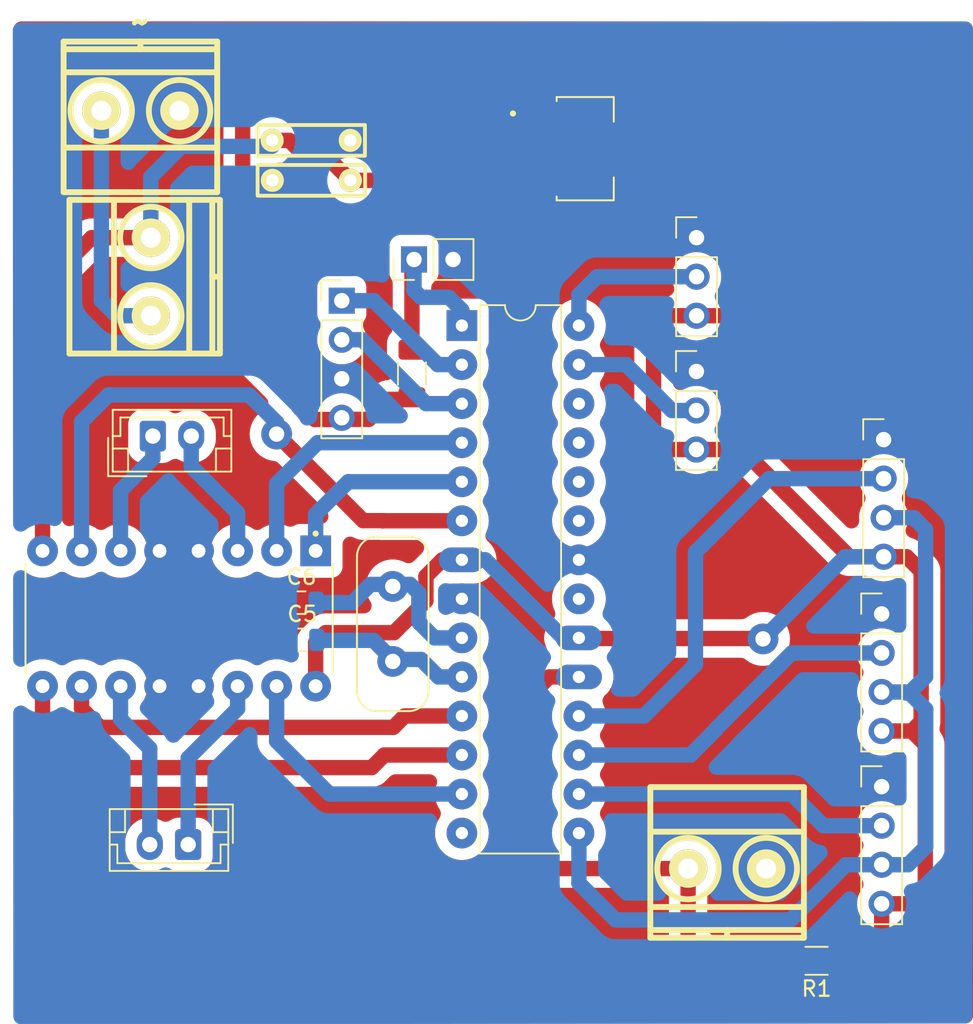
<source format=kicad_pcb>
(kicad_pcb (version 20221018) (generator pcbnew)
  (layers (0 "F.Cu" signal) (31 "B.Cu" signal) (34 "B.Paste" user) (35 "F.Paste" user) (36 "B.SilkS" user "B.Silkscreen") (37 "F.SilkS" user "F.Silkscreen") (38 "B.Mask" user) (39 "F.Mask" user) (44 "Edge.Cuts" user))
  (net 0 "")
  (net 1 "RESET ")
  (net 2 "Net-(BAT1-Pad2)")
  (net 3 "VCC")
  (net 4 "PIN_ANALOG_1")
  (net 5 "PIN_ANALOG_2")
  (net 6 "Net-(U2-4Y)")
  (net 7 "PB6")
  (net 8 "PB7")
  (net 9 "Net-(J1-Pad2)")
  (net 10 "Net-(U2-2Y)")
  (net 11 "Net-(U2-1Y)")
  (net 13 "EN1")
  (net 14 "ENA")
  (net 15 "EN2")
  (net 16 "EN3")
  (net 17 "ENB")
  (net 23 "EN4")
  (net 24 "GND")
  (net 25 "RX0")
  (net 26 "TX1")
  (net 27 "5V ")
  (net 28 "DATO_PULS")
  (net 29 "ECHO1")
  (net 30 "TIGGER")
  (net 31 "ECHO2")
  (net 32 "ECHO3")
  (footprint "Connector_PinHeader_2.54mm:PinHeader_1x04_P2.54mm_Vertical" (layer "F.Cu") (at 120.65 82.56)
    (fp_text reference "SENSOR_1" hide)
    (fp_text value "~" hide)
    (fp_line (start -1.33 -1.33) (end 0 -1.33) (stroke (width 0.12)) (layer "F.SilkS"))
    (fp_line (start -1.33 0) (end -1.33 -1.33) (stroke (width 0.12)) (layer "F.SilkS"))
    (fp_line (start -1.33 1.27) (end -1.33 8.95) (stroke (width 0.12)) (layer "F.SilkS"))
    (fp_line (start -1.33 1.27) (end 1.33 1.27) (stroke (width 0.12)) (layer "F.SilkS"))
    (fp_line (start -1.33 8.95) (end 1.33 8.95) (stroke (width 0.12)) (layer "F.SilkS"))
    (fp_line (start 1.33 1.27) (end 1.33 8.95) (stroke (width 0.12)) (layer "F.SilkS"))
    (pad "1" thru_hole rect (at 0 0) (size 1.7 1.7) (drill 1) (layers "*.Cu" "*.Mask") (net 24 "GND"))
    (pad "2" thru_hole oval (at 0 2.54) (size 1.7 1.7) (drill 1) (layers "*.Cu" "*.Mask") (net 29 "ECHO1"))
    (pad "3" thru_hole oval (at 0 5.08) (size 1.7 1.7) (drill 1) (layers "*.Cu" "*.Mask") (net 30 "TIGGER"))
    (pad "4" thru_hole oval (at 0 7.62) (size 1.7 1.7) (drill 1) (layers "*.Cu" "*.Mask") (net 27 "5V "))
  )
  (footprint "Connector_PinHeader_2.54mm:PinHeader_1x03_P2.54mm_Vertical" (layer "F.Cu") (at 108.59 55.545)
    (fp_text reference "CNY70_2" hide)
    (fp_text value "~" hide)
    (fp_line (start -1.33 -1.33) (end 0 -1.33) (stroke (width 0.12)) (layer "F.SilkS"))
    (fp_line (start -1.33 0) (end -1.33 -1.33) (stroke (width 0.12)) (layer "F.SilkS"))
    (fp_line (start -1.33 1.27) (end -1.33 6.41) (stroke (width 0.12)) (layer "F.SilkS"))
    (fp_line (start -1.33 1.27) (end 1.33 1.27) (stroke (width 0.12)) (layer "F.SilkS"))
    (fp_line (start -1.33 6.41) (end 1.33 6.41) (stroke (width 0.12)) (layer "F.SilkS"))
    (fp_line (start 1.33 1.27) (end 1.33 6.41) (stroke (width 0.12)) (layer "F.SilkS"))
    (pad "1" thru_hole rect (at 0 0) (size 1.7 1.7) (drill 1) (layers "*.Cu" "*.Mask") (net 24 "GND"))
    (pad "2" thru_hole oval (at 0 2.54) (size 1.7 1.7) (drill 1) (layers "*.Cu" "*.Mask") (net 5 "PIN_ANALOG_2"))
    (pad "3" thru_hole oval (at 0 5.08) (size 1.7 1.7) (drill 1) (layers "*.Cu" "*.Mask") (net 27 "5V "))
  )
  (footprint "EESTN5LIT:CAP_0.2" (layer "F.Cu") (at 83.51 40.51)
    (fp_text reference "C1" hide)
    (fp_text value "C" hide)
    (fp_line (start -3.5 -1) (end -3.5 1) (stroke (width 0.24892)) (layer "F.SilkS"))
    (fp_line (start -3.5 1) (end 3.5 1) (stroke (width 0.24892)) (layer "F.SilkS"))
    (fp_line (start 3.5 -1) (end -3.5 -1) (stroke (width 0.24892)) (layer "F.SilkS"))
    (fp_line (start 3.5 0.889) (end 3.5 -0.889) (stroke (width 0.24892)) (layer "F.SilkS"))
    (pad "1" thru_hole circle (at -2.54 0) (size 1.50114 1.50114) (drill 0.8001) (layers "*.Cu" "*.Mask" "F.SilkS") (net 3 "VCC"))
    (pad "2" thru_hole circle (at 2.54 0) (size 1.50114 1.50114) (drill 0.8001) (layers "*.Cu" "*.Mask" "F.SilkS") (net 24 "GND"))
  )
  (footprint "Connector_PinHeader_2.54mm:PinHeader_1x04_P2.54mm_Vertical" (layer "F.Cu") (at 120.65 71.32)
    (fp_text reference "SENSOR_2" hide)
    (fp_text value "~" hide)
    (fp_line (start -1.33 -1.33) (end 0 -1.33) (stroke (width 0.12)) (layer "F.SilkS"))
    (fp_line (start -1.33 0) (end -1.33 -1.33) (stroke (width 0.12)) (layer "F.SilkS"))
    (fp_line (start -1.33 1.27) (end -1.33 8.95) (stroke (width 0.12)) (layer "F.SilkS"))
    (fp_line (start -1.33 1.27) (end 1.33 1.27) (stroke (width 0.12)) (layer "F.SilkS"))
    (fp_line (start -1.33 8.95) (end 1.33 8.95) (stroke (width 0.12)) (layer "F.SilkS"))
    (fp_line (start 1.33 1.27) (end 1.33 8.95) (stroke (width 0.12)) (layer "F.SilkS"))
    (pad "1" thru_hole rect (at 0 0) (size 1.7 1.7) (drill 1) (layers "*.Cu" "*.Mask") (net 24 "GND"))
    (pad "2" thru_hole oval (at 0 2.54) (size 1.7 1.7) (drill 1) (layers "*.Cu" "*.Mask") (net 31 "ECHO2"))
    (pad "3" thru_hole oval (at 0 5.08) (size 1.7 1.7) (drill 1) (layers "*.Cu" "*.Mask") (net 30 "TIGGER"))
    (pad "4" thru_hole oval (at 0 7.62) (size 1.7 1.7) (drill 1) (layers "*.Cu" "*.Mask") (net 27 "5V "))
  )
  (footprint "AMS1117:SOT229P700X180-4N" (layer "F.Cu") (at 101.35 41.05)
    (fp_text reference "U3" hide)
    (fp_text value "5V" hide)
    (fp_line (start -1.86 -3.36) (end -1.86 -3.1) (stroke (width 0.127)) (layer "F.SilkS"))
    (fp_line (start -1.86 -3.36) (end 1.86 -3.36) (stroke (width 0.127)) (layer "F.SilkS"))
    (fp_line (start -1.86 3.11) (end -1.86 3.36) (stroke (width 0.127)) (layer "F.SilkS"))
    (fp_line (start -1.86 3.36) (end 1.86 3.36) (stroke (width 0.127)) (layer "F.SilkS"))
    (fp_line (start 1.86 -1.76) (end 1.86 -3.36) (stroke (width 0.127)) (layer "F.SilkS"))
    (fp_line (start 1.86 3.36) (end 1.86 1.87) (stroke (width 0.127)) (layer "F.SilkS"))
    (fp_circle (center -4.703 -2.29) (end -4.603 -2.29) (stroke (width 0.2)) (fill none) (layer "F.SilkS"))
    (pad "1" smd roundrect (at -3.345 -2.29 270) (size 0.93 1.31) (layers "F.Cu" "F.Paste" "F.Mask") (roundrect_rratio 0.1) (net 24 "GND"))
    (pad "2" smd roundrect (at -3.345 0 270) (size 0.93 1.31) (layers "F.Cu" "F.Paste" "F.Mask") (roundrect_rratio 0.1) (net 27 "5V "))
    (pad "3" smd roundrect (at -3.345 2.29 270) (size 0.93 1.31) (layers "F.Cu" "F.Paste" "F.Mask") (roundrect_rratio 0.1) (net 3 "VCC"))
    (pad "4" smd roundrect (at 3.345 0 270) (size 3.24 1.31) (layers "F.Cu" "F.Paste" "F.Mask") (roundrect_rratio 0.1) (net 27 "5V "))
  )
  (footprint "EESTN5LIT:BORNERA2" (layer "F.Cu") (at 110.59 87.89)
    (fp_text reference "PULSADOR1" hide)
    (fp_text value "~" hide)
    (fp_line (start -5 -5.3) (end -5 4.5) (stroke (width 0.381)) (layer "F.SilkS"))
    (fp_line (start -5 -2.4) (end 5 -2.4) (stroke (width 0.381)) (layer "F.SilkS"))
    (fp_line (start -5 2.5) (end 5 2.5) (stroke (width 0.381)) (layer "F.SilkS"))
    (fp_line (start -5 4) (end 5 4) (stroke (width 0.381)) (layer "F.SilkS"))
    (fp_line (start -5 4.5) (end 5 4.5) (stroke (width 0.381)) (layer "F.SilkS"))
    (fp_line (start 0 4) (end 0 4.5) (stroke (width 0.381)) (layer "F.SilkS"))
    (fp_line (start 5 -5.3) (end -5 -5.3) (stroke (width 0.381)) (layer "F.SilkS"))
    (fp_line (start 5 4.5) (end 5 -5.3) (stroke (width 0.381)) (layer "F.SilkS"))
    (fp_circle (center -2.55 0) (end -0.55 0) (stroke (width 0.381)) (fill none) (layer "F.SilkS"))
    (fp_circle (center 2.55 0) (end 0.55 0) (stroke (width 0.381)) (fill none) (layer "F.SilkS"))
    (pad "1" thru_hole circle (at -2.54 0) (size 2.5 2.5) (drill 1.3) (layers "*.Cu" "*.Mask" "F.SilkS") (net 28 "DATO_PULS"))
    (pad "2" thru_hole circle (at 2.54 0) (size 2.5 2.5) (drill 1.3) (layers "*.Cu" "*.Mask" "F.SilkS") (net 24 "GND"))
  )
  (footprint "Connector_PinHeader_2.54mm:PinHeader_1x03_P2.54mm_Vertical" (layer "F.Cu") (at 108.6 46.84)
    (fp_text reference "CNY70_1" hide)
    (fp_text value "~" hide)
    (fp_line (start -1.33 -1.33) (end 0 -1.33) (stroke (width 0.12)) (layer "F.SilkS"))
    (fp_line (start -1.33 0) (end -1.33 -1.33) (stroke (width 0.12)) (layer "F.SilkS"))
    (fp_line (start -1.33 1.27) (end -1.33 6.41) (stroke (width 0.12)) (layer "F.SilkS"))
    (fp_line (start -1.33 1.27) (end 1.33 1.27) (stroke (width 0.12)) (layer "F.SilkS"))
    (fp_line (start -1.33 6.41) (end 1.33 6.41) (stroke (width 0.12)) (layer "F.SilkS"))
    (fp_line (start 1.33 1.27) (end 1.33 6.41) (stroke (width 0.12)) (layer "F.SilkS"))
    (pad "1" thru_hole rect (at 0 0) (size 1.7 1.7) (drill 1) (layers "*.Cu" "*.Mask") (net 24 "GND"))
    (pad "2" thru_hole oval (at 0 2.54) (size 1.7 1.7) (drill 1) (layers "*.Cu" "*.Mask") (net 4 "PIN_ANALOG_1"))
    (pad "3" thru_hole oval (at 0 5.08) (size 1.7 1.7) (drill 1) (layers "*.Cu" "*.Mask") (net 27 "5V "))
  )
  (footprint "Connector_PinHeader_2.54mm:PinHeader_1x04_P2.54mm_Vertical" (layer "F.Cu") (at 85.5 50.94)
    (fp_text reference "Bluetooth1" hide)
    (fp_text value "~" hide)
    (fp_line (start -1.33 -1.33) (end 0 -1.33) (stroke (width 0.12)) (layer "F.SilkS"))
    (fp_line (start -1.33 0) (end -1.33 -1.33) (stroke (width 0.12)) (layer "F.SilkS"))
    (fp_line (start -1.33 1.27) (end -1.33 8.95) (stroke (width 0.12)) (layer "F.SilkS"))
    (fp_line (start -1.33 1.27) (end 1.33 1.27) (stroke (width 0.12)) (layer "F.SilkS"))
    (fp_line (start -1.33 8.95) (end 1.33 8.95) (stroke (width 0.12)) (layer "F.SilkS"))
    (fp_line (start 1.33 1.27) (end 1.33 8.95) (stroke (width 0.12)) (layer "F.SilkS"))
    (pad "1" thru_hole rect (at 0 0) (size 1.7 1.7) (drill 1) (layers "*.Cu" "*.Mask") (net 25 "RX0"))
    (pad "2" thru_hole oval (at 0 2.54) (size 1.7 1.7) (drill 1) (layers "*.Cu" "*.Mask") (net 26 "TX1"))
    (pad "3" thru_hole oval (at 0 5.08) (size 1.7 1.7) (drill 1) (layers "*.Cu" "*.Mask") (net 24 "GND"))
    (pad "4" thru_hole oval (at 0 7.62) (size 1.7 1.7) (drill 1) (layers "*.Cu" "*.Mask") (net 27 "5V "))
  )
  (footprint "Connector_PinHeader_2.54mm:PinHeader_1x02_P2.54mm_Vertical" (layer "F.Cu") (at 90.205 48.26 90)
    (fp_text reference "J4" hide)
    (fp_text value "Conn_02x01" hide)
    (fp_line (start -1.33 -1.33) (end 0 -1.33) (stroke (width 0.12)) (layer "F.SilkS"))
    (fp_line (start -1.33 0) (end -1.33 -1.33) (stroke (width 0.12)) (layer "F.SilkS"))
    (fp_line (start -1.33 1.27) (end -1.33 3.87) (stroke (width 0.12)) (layer "F.SilkS"))
    (fp_line (start -1.33 1.27) (end 1.33 1.27) (stroke (width 0.12)) (layer "F.SilkS"))
    (fp_line (start -1.33 3.87) (end 1.33 3.87) (stroke (width 0.12)) (layer "F.SilkS"))
    (fp_line (start 1.33 1.27) (end 1.33 3.87) (stroke (width 0.12)) (layer "F.SilkS"))
    (pad "1" thru_hole rect (at 0 0 90) (size 1.7 1.7) (drill 1) (layers "*.Cu" "*.Mask") (net 1 "RESET "))
    (pad "2" thru_hole oval (at 0 2.54 90) (size 1.7 1.7) (drill 1) (layers "*.Cu" "*.Mask") (net 24 "GND"))
  )
  (footprint "EESTN5LIT:BORNERA2" (layer "F.Cu") (at 73.07 49.38 90)
    (fp_text reference "SWICH1" hide)
    (fp_text value "~" hide)
    (fp_line (start -5 -5.3) (end -5 4.5) (stroke (width 0.381)) (layer "F.SilkS"))
    (fp_line (start -5 -2.4) (end 5 -2.4) (stroke (width 0.381)) (layer "F.SilkS"))
    (fp_line (start -5 2.5) (end 5 2.5) (stroke (width 0.381)) (layer "F.SilkS"))
    (fp_line (start -5 4) (end 5 4) (stroke (width 0.381)) (layer "F.SilkS"))
    (fp_line (start -5 4.5) (end 5 4.5) (stroke (width 0.381)) (layer "F.SilkS"))
    (fp_line (start 0 4) (end 0 4.5) (stroke (width 0.381)) (layer "F.SilkS"))
    (fp_line (start 5 -5.3) (end -5 -5.3) (stroke (width 0.381)) (layer "F.SilkS"))
    (fp_line (start 5 4.5) (end 5 -5.3) (stroke (width 0.381)) (layer "F.SilkS"))
    (fp_circle (center -2.55 0) (end -0.55 0) (stroke (width 0.381)) (fill none) (layer "F.SilkS"))
    (fp_circle (center 2.55 0) (end 0.55 0) (stroke (width 0.381)) (fill none) (layer "F.SilkS"))
    (pad "1" thru_hole circle (at -2.54 0 90) (size 2.5 2.5) (drill 1.3) (layers "*.Cu" "*.Mask" "F.SilkS") (net 2 "Net-(BAT1-Pad2)"))
    (pad "2" thru_hole circle (at 2.54 0 90) (size 2.5 2.5) (drill 1.3) (layers "*.Cu" "*.Mask" "F.SilkS") (net 3 "VCC"))
  )
  (footprint "Package_DIP:DIP-28_W7.62mm" (layer "F.Cu") (at 93.32 52.56)
    (fp_text reference "U1" hide)
    (fp_text value "ATmega328P-P" hide)
    (fp_line (start 1.16 -1.33) (end 1.16 34.35) (stroke (width 0.12)) (layer "F.SilkS"))
    (fp_line (start 1.16 34.35) (end 6.46 34.35) (stroke (width 0.12)) (layer "F.SilkS"))
    (fp_line (start 2.81 -1.33) (end 1.16 -1.33) (stroke (width 0.12)) (layer "F.SilkS"))
    (fp_line (start 6.46 -1.33) (end 4.81 -1.33) (stroke (width 0.12)) (layer "F.SilkS"))
    (fp_line (start 6.46 34.35) (end 6.46 -1.33) (stroke (width 0.12)) (layer "F.SilkS"))
    (fp_arc (start 4.81 -1.33) (mid 3.81 -0.33) (end 2.81 -1.33) (stroke (width 0.12)) (layer "F.SilkS"))
    (pad "1" thru_hole rect (at 0 0) (size 2 2) (drill 0.8) (layers "*.Cu" "*.Mask") (net 1 "RESET "))
    (pad "2" thru_hole circle (at 0 2.54) (size 2 2) (drill 0.8) (layers "*.Cu" "*.Mask") (net 25 "RX0"))
    (pad "3" thru_hole circle (at 0 5.08) (size 2 2) (drill 0.8) (layers "*.Cu" "*.Mask") (net 26 "TX1"))
    (pad "4" thru_hole circle (at 0 7.62) (size 2 2) (drill 0.8) (layers "*.Cu" "*.Mask") (net 13 "EN1"))
    (pad "5" thru_hole circle (at 0 10.16) (size 2 2) (drill 0.8) (layers "*.Cu" "*.Mask") (net 14 "ENA"))
    (pad "6" thru_hole circle (at 0 12.7) (size 2 2) (drill 0.8) (layers "*.Cu" "*.Mask") (net 15 "EN2"))
    (pad "7" thru_hole oval (at 0 15.24) (size 3 1.6) (drill 0.8) (layers "*.Cu" "*.Mask") (net 27 "5V "))
    (pad "8" thru_hole circle (at 0 17.78) (size 2 2) (drill 0.8) (layers "*.Cu" "*.Mask") (net 24 "GND"))
    (pad "9" thru_hole circle (at 0 20.32) (size 2 2) (drill 0.8) (layers "*.Cu" "*.Mask") (net 7 "PB6"))
    (pad "10" thru_hole circle (at 0 22.86) (size 2 2) (drill 0.8) (layers "*.Cu" "*.Mask") (net 8 "PB7"))
    (pad "11" thru_hole circle (at 0 25.4) (size 2 2) (drill 0.8) (layers "*.Cu" "*.Mask") (net 16 "EN3"))
    (pad "12" thru_hole circle (at 0 27.94) (size 2 2) (drill 0.8) (layers "*.Cu" "*.Mask") (net 17 "ENB"))
    (pad "13" thru_hole circle (at 0 30.48) (size 2 2) (drill 0.8) (layers "*.Cu" "*.Mask") (net 23 "EN4"))
    (pad "14" thru_hole oval (at 0 33.02) (size 2 2) (drill 0.8) (layers "*.Cu" "*.Mask"))
    (pad "15" thru_hole oval (at 7.62 33.02) (size 2 2) (drill 0.8) (layers "*.Cu" "*.Mask") (net 30 "TIGGER"))
    (pad "16" thru_hole oval (at 7.62 30.48) (size 2 2) (drill 0.8) (layers "*.Cu" "*.Mask") (net 29 "ECHO1"))
    (pad "17" thru_hole oval (at 7.62 27.94) (size 2 2) (drill 0.8) (layers "*.Cu" "*.Mask") (net 31 "ECHO2"))
    (pad "18" thru_hole oval (at 7.62 25.4) (size 2 2) (drill 0.8) (layers "*.Cu" "*.Mask") (net 32 "ECHO3"))
    (pad "19" thru_hole oval (at 7.62 22.86) (size 3 1.6) (drill 0.8) (layers "*.Cu" "*.Mask") (net 28 "DATO_PULS"))
    (pad "20" thru_hole oval (at 7.62 20.32) (size 3 1.6) (drill 0.8) (layers "*.Cu" "*.Mask") (net 27 "5V "))
    (pad "21" thru_hole oval (at 7.62 17.78) (size 2 2) (drill 0.8) (layers "*.Cu" "*.Mask"))
    (pad "22" thru_hole oval (at 7.62 15.24) (size 2 2) (drill 0.8) (layers "*.Cu" "*.Mask") (net 24 "GND"))
    (pad "23" thru_hole oval (at 7.62 12.7) (size 2 2) (drill 0.8) (layers "*.Cu" "*.Mask"))
    (pad "24" thru_hole oval (at 7.62 10.16) (size 2 2) (drill 0.8) (layers "*.Cu" "*.Mask"))
    (pad "25" thru_hole oval (at 7.62 7.62) (size 2 2) (drill 0.8) (layers "*.Cu" "*.Mask"))
    (pad "26" thru_hole oval (at 7.62 5.08) (size 2 2) (drill 0.8) (layers "*.Cu" "*.Mask"))
    (pad "27" thru_hole oval (at 7.62 2.54) (size 2 2) (drill 0.8) (layers "*.Cu" "*.Mask") (net 5 "PIN_ANALOG_2"))
    (pad "28" thru_hole oval (at 7.62 0) (size 2 2) (drill 0.8) (layers "*.Cu" "*.Mask") (net 4 "PIN_ANALOG_1"))
  )
  (footprint "Capacitor_SMD:C_0805_2012Metric" (layer "F.Cu") (at 82.88 70.59)
    (fp_text reference "C6" (at 0 -1.68) (layer "F.SilkS"))
    (fp_text value "C")
    (fp_line (start -0.261252 -0.735) (end 0.261252 -0.735) (stroke (width 0.12)) (layer "F.SilkS"))
    (fp_line (start -0.261252 0.735) (end 0.261252 0.735) (stroke (width 0.12)) (layer "F.SilkS"))
    (pad "1" smd roundrect (at -0.95 0) (size 1 1.45) (layers "B.Cu" "F.Paste" "F.Mask") (net 24 "GND"))
    (pad "2" smd roundrect (at 0.95 0) (size 1 1.45) (layers "B.Cu" "F.Paste" "F.Mask") (net 7 "PB6"))
  )
  (footprint "Resistor_SMD:R_1206_3216Metric_Pad1.30x1.75mm_HandSolder" (layer "F.Cu") (at 116.41 93.89 180)
    (fp_text reference "R1" (at 0 -1.82) (layer "F.SilkS"))
    (fp_text value "R" hide)
    (fp_line (start -0.727064 -0.91) (end 0.727064 -0.91) (stroke (width 0.12)) (layer "F.SilkS"))
    (fp_line (start -0.727064 0.91) (end 0.727064 0.91) (stroke (width 0.12)) (layer "F.SilkS"))
    (pad "1" smd roundrect (at -1.55 0 180) (size 1.3 1.75) (layers "F.Cu" "F.Paste" "F.Mask") (roundrect_rratio 0.1923076923) (net 27 "5V "))
    (pad "2" smd roundrect (at 1.55 0 180) (size 1.3 1.75) (layers "F.Cu" "F.Paste" "F.Mask") (roundrect_rratio 0.1923076923) (net 28 "DATO_PULS"))
  )
  (footprint "Resistor_SMD:R_1206_3216Metric_Pad1.30x1.75mm_HandSolder" (layer "F.Cu") (at 90.07 55.68 -90)
    (fp_text reference "R2" hide)
    (fp_text value "10k" hide)
    (fp_line (start -0.727064 -0.91) (end 0.727064 -0.91) (stroke (width 0.12)) (layer "F.SilkS"))
    (fp_line (start -0.727064 0.91) (end 0.727064 0.91) (stroke (width 0.12)) (layer "F.SilkS"))
    (pad "1" smd roundrect (at -1.55 0 270) (size 1.3 1.75) (layers "F.Cu" "F.Paste" "F.Mask") (roundrect_rratio 0.1923076923) (net 1 "RESET "))
    (pad "2" smd roundrect (at 1.55 0 270) (size 1.3 1.75) (layers "F.Cu" "F.Paste" "F.Mask") (roundrect_rratio 0.1923076923) (net 27 "5V "))
  )
  (footprint "Connector_JST:JST_EH_B2B-EH-A_1x02_P2.50mm_Vertical" (layer "F.Cu") (at 75.5 86.33 180)
    (fp_text reference "J1" hide)
    (fp_text value "MOTOR DE" hide)
    (fp_line (start -2.91 0.11) (end -2.91 2.61) (stroke (width 0.12)) (layer "F.SilkS"))
    (fp_line (start -2.91 2.61) (end -0.41 2.61) (stroke (width 0.12)) (layer "F.SilkS"))
    (fp_line (start -2.61 -1.71) (end -2.61 2.31) (stroke (width 0.12)) (layer "F.SilkS"))
    (fp_line (start -2.61 0) (end -2.11 0) (stroke (width 0.12)) (layer "F.SilkS"))
    (fp_line (start -2.61 0.81) (end -1.61 0.81) (stroke (width 0.12)) (layer "F.SilkS"))
    (fp_line (start -2.61 2.31) (end 5.11 2.31) (stroke (width 0.12)) (layer "F.SilkS"))
    (fp_line (start -2.11 -1.21) (end 4.61 -1.21) (stroke (width 0.12)) (layer "F.SilkS"))
    (fp_line (start -2.11 0) (end -2.11 -1.21) (stroke (width 0.12)) (layer "F.SilkS"))
    (fp_line (start -1.61 0.81) (end -1.61 2.31) (stroke (width 0.12)) (layer "F.SilkS"))
    (fp_line (start 4.11 0.81) (end 4.11 2.31) (stroke (width 0.12)) (layer "F.SilkS"))
    (fp_line (start 4.61 -1.21) (end 4.61 0) (stroke (width 0.12)) (layer "F.SilkS"))
    (fp_line (start 4.61 0) (end 5.11 0) (stroke (width 0.12)) (layer "F.SilkS"))
    (fp_line (start 5.11 -1.71) (end -2.61 -1.71) (stroke (width 0.12)) (layer "F.SilkS"))
    (fp_line (start 5.11 0.81) (end 4.11 0.81) (stroke (width 0.12)) (layer "F.SilkS"))
    (fp_line (start 5.11 2.31) (end 5.11 -1.71) (stroke (width 0.12)) (layer "F.SilkS"))
    (pad "1" thru_hole roundrect (at 0 0 180) (size 1.7 2) (drill 1) (layers "*.Cu" "*.Mask") (roundrect_rratio 0.1470588235) (net 6 "Net-(U2-4Y)"))
    (pad "2" thru_hole oval (at 2.5 0 180) (size 1.7 2) (drill 1) (layers "*.Cu" "*.Mask") (net 9 "Net-(J1-Pad2)"))
  )
  (footprint "Capacitor_SMD:C_0805_2012Metric" (layer "F.Cu") (at 82.93 73.01)
    (fp_text reference "C5" (at 0 -1.68) (layer "F.SilkS"))
    (fp_text value "C")
    (fp_line (start -0.261252 -0.735) (end 0.261252 -0.735) (stroke (width 0.12)) (layer "F.SilkS"))
    (fp_line (start -0.261252 0.735) (end 0.261252 0.735) (stroke (width 0.12)) (layer "F.SilkS"))
    (pad "1" smd roundrect (at -0.95 0) (size 1 1.45) (layers "B.Cu" "F.Paste" "F.Mask") (net 24 "GND"))
    (pad "2" smd roundrect (at 0.95 0) (size 1 1.45) (layers "B.Cu" "F.Paste" "F.Mask") (net 8 "PB7"))
  )
  (footprint "EESTN5LIT:CAP_0.2" (layer "F.Cu") (at 83.52 43.11 180)
    (fp_text reference "C2" hide)
    (fp_text value "C" hide)
    (fp_line (start -3.5 -1) (end -3.5 1) (stroke (width 0.24892)) (layer "F.SilkS"))
    (fp_line (start -3.5 1) (end 3.5 1) (stroke (width 0.24892)) (layer "F.SilkS"))
    (fp_line (start 3.5 -1) (end -3.5 -1) (stroke (width 0.24892)) (layer "F.SilkS"))
    (fp_line (start 3.5 0.889) (end 3.5 -0.889) (stroke (width 0.24892)) (layer "F.SilkS"))
    (pad "1" thru_hole circle (at -2.54 0 180) (size 1.50114 1.50114) (drill 0.8001) (layers "*.Cu" "*.Mask" "F.SilkS") (net 27 "5V "))
    (pad "2" thru_hole circle (at 2.54 0 180) (size 1.50114 1.50114) (drill 0.8001) (layers "*.Cu" "*.Mask" "F.SilkS") (net 24 "GND"))
  )
  (footprint "EESTN5LIT:BORNERA2" (layer "F.Cu") (at 72.39 38.58 180)
    (fp_text reference "BAT1" hide)
    (fp_text value "~" (at 0 5.8) (layer "F.SilkS") (effects (font (size 1.5 1.5) (thickness 0.3))))
    (fp_line (start -5 -5.3) (end -5 4.5) (stroke (width 0.381)) (layer "F.SilkS"))
    (fp_line (start -5 -2.4) (end 5 -2.4) (stroke (width 0.381)) (layer "F.SilkS"))
    (fp_line (start -5 2.5) (end 5 2.5) (stroke (width 0.381)) (layer "F.SilkS"))
    (fp_line (start -5 4) (end 5 4) (stroke (width 0.381)) (layer "F.SilkS"))
    (fp_line (start -5 4.5) (end 5 4.5) (stroke (width 0.381)) (layer "F.SilkS"))
    (fp_line (start 0 4) (end 0 4.5) (stroke (width 0.381)) (layer "F.SilkS"))
    (fp_line (start 5 -5.3) (end -5 -5.3) (stroke (width 0.381)) (layer "F.SilkS"))
    (fp_line (start 5 4.5) (end 5 -5.3) (stroke (width 0.381)) (layer "F.SilkS"))
    (fp_circle (center -2.55 0) (end -0.55 0) (stroke (width 0.381)) (fill none) (layer "F.SilkS"))
    (fp_circle (center 2.55 0) (end 0.55 0) (stroke (width 0.381)) (fill none) (layer "F.SilkS"))
    (pad "1" thru_hole circle (at -2.54 0 180) (size 2.5 2.5) (drill 1.3) (layers "*.Cu" "*.Mask" "F.SilkS") (net 24 "GND"))
    (pad "2" thru_hole circle (at 2.54 0 180) (size 2.5 2.5) (drill 1.3) (layers "*.Cu" "*.Mask" "F.SilkS") (net 2 "Net-(BAT1-Pad2)"))
  )
  (footprint "L293D:DIP880W50P254L2000H510Q16" (layer "F.Cu") (at 74.91 71.62 -90)
    (fp_text reference "U2" hide)
    (fp_text value "L293")
    (fp_line (start -3.55 -10) (end 3.55 -10) (stroke (width 0.127)) (layer "F.SilkS"))
    (fp_line (start -3.55 10) (end 3.55 10) (stroke (width 0.127)) (layer "F.SilkS"))
    (fp_circle (center -5.525 -8.89) (end -5.425 -8.89) (stroke (width 0.2)) (fill none) (layer "F.SilkS"))
    (pad "1" thru_hole rect (at -4.4 -8.89 270) (size 2 2) (drill 0.9) (layers "*.Cu" "*.Mask") (net 14 "ENA"))
    (pad "2" thru_hole circle (at -4.4 -6.35 270) (size 2 2) (drill 0.9) (layers "*.Cu" "*.Mask") (net 13 "EN1"))
    (pad "3" thru_hole circle (at -4.4 -3.81 270) (size 2 2) (drill 0.9) (layers "*.Cu" "*.Mask") (net 11 "Net-(U2-1Y)"))
    (pad "4" thru_hole circle (at -4.4 -1.27 270) (size 2 2) (drill 0.9) (layers "*.Cu" "*.Mask") (net 24 "GND"))
    (pad "5" thru_hole circle (at -4.4 1.27 270) (size 2 2) (drill 0.9) (layers "*.Cu" "*.Mask") (net 24 "GND"))
    (pad "6" thru_hole circle (at -4.4 3.81 270) (size 2 2) (drill 0.9) (layers "*.Cu" "*.Mask") (net 10 "Net-(U2-2Y)"))
    (pad "7" thru_hole circle (at -4.4 6.35 270) (size 2 2) (drill 0.9) (layers "*.Cu" "*.Mask") (net 15 "EN2"))
    (pad "8" thru_hole circle (at -4.4 8.89 270) (size 2 2) (drill 0.9) (layers "*.Cu" "*.Mask") (net 3 "VCC"))
    (pad "9" thru_hole circle (at 4.4 8.89 270) (size 2 2) (drill 0.9) (layers "*.Cu" "*.Mask") (net 17 "ENB"))
    (pad "10" thru_hole circle (at 4.4 6.35 270) (size 2 2) (drill 0.9) (layers "*.Cu" "*.Mask") (net 16 "EN3"))
    (pad "11" thru_hole circle (at 4.4 3.81 270) (size 2 2) (drill 0.9) (layers "*.Cu" "*.Mask") (net 9 "Net-(J1-Pad2)"))
    (pad "12" thru_hole circle (at 4.4 1.27 270) (size 2 2) (drill 0.9) (layers "*.Cu" "*.Mask") (net 24 "GND"))
    (pad "13" thru_hole circle (at 4.4 -1.27 270) (size 2 2) (drill 0.9) (layers "*.Cu" "*.Mask") (net 24 "GND"))
    (pad "14" thru_hole circle (at 4.4 -3.81 270) (size 2 2) (drill 0.9) (layers "*.Cu" "*.Mask") (net 6 "Net-(U2-4Y)"))
    (pad "15" thru_hole circle (at 4.4 -6.35 270) (size 2 2) (drill 0.9) (layers "*.Cu" "*.Mask") (net 23 "EN4"))
    (pad "16" thru_hole circle (at 4.4 -8.89 270) (size 2 2) (drill 0.9) (layers "*.Cu" "*.Mask") (net 27 "5V "))
  )
  (footprint "Connector_JST:JST_EH_B2B-EH-A_1x02_P2.50mm_Vertical" (layer "F.Cu") (at 73.2 59.75)
    (fp_text reference "J2" hide)
    (fp_text value "MOTOR IZ" hide)
    (fp_line (start -2.91 0.11) (end -2.91 2.61) (stroke (width 0.12)) (layer "F.SilkS"))
    (fp_line (start -2.91 2.61) (end -0.41 2.61) (stroke (width 0.12)) (layer "F.SilkS"))
    (fp_line (start -2.61 -1.71) (end -2.61 2.31) (stroke (width 0.12)) (layer "F.SilkS"))
    (fp_line (start -2.61 0) (end -2.11 0) (stroke (width 0.12)) (layer "F.SilkS"))
    (fp_line (start -2.61 0.81) (end -1.61 0.81) (stroke (width 0.12)) (layer "F.SilkS"))
    (fp_line (start -2.61 2.31) (end 5.11 2.31) (stroke (width 0.12)) (layer "F.SilkS"))
    (fp_line (start -2.11 -1.21) (end 4.61 -1.21) (stroke (width 0.12)) (layer "F.SilkS"))
    (fp_line (start -2.11 0) (end -2.11 -1.21) (stroke (width 0.12)) (layer "F.SilkS"))
    (fp_line (start -1.61 0.81) (end -1.61 2.31) (stroke (width 0.12)) (layer "F.SilkS"))
    (fp_line (start 4.11 0.81) (end 4.11 2.31) (stroke (width 0.12)) (layer "F.SilkS"))
    (fp_line (start 4.61 -1.21) (end 4.61 0) (stroke (width 0.12)) (layer "F.SilkS"))
    (fp_line (start 4.61 0) (end 5.11 0) (stroke (width 0.12)) (layer "F.SilkS"))
    (fp_line (start 5.11 -1.71) (end -2.61 -1.71) (stroke (width 0.12)) (layer "F.SilkS"))
    (fp_line (start 5.11 0.81) (end 4.11 0.81) (stroke (width 0.12)) (layer "F.SilkS"))
    (fp_line (start 5.11 2.31) (end 5.11 -1.71) (stroke (width 0.12)) (layer "F.SilkS"))
    (pad "1" thru_hole roundrect (at 0 0) (size 1.7 2) (drill 1) (layers "*.Cu" "*.Mask") (roundrect_rratio 0.1470588235) (net 10 "Net-(U2-2Y)"))
    (pad "2" thru_hole oval (at 2.5 0) (size 1.7 2) (drill 1) (layers "*.Cu" "*.Mask") (net 11 "Net-(U2-1Y)"))
  )
  (footprint "Connector_PinHeader_2.54mm:PinHeader_1x04_P2.54mm_Vertical" (layer "F.Cu") (at 120.78 59.98)
    (fp_text reference "SENSOR_3" hide)
    (fp_text value "~" hide)
    (fp_line (start -1.33 -1.33) (end 0 -1.33) (stroke (width 0.12)) (layer "F.SilkS"))
    (fp_line (start -1.33 0) (end -1.33 -1.33) (stroke (width 0.12)) (layer "F.SilkS"))
    (fp_line (start -1.33 1.27) (end -1.33 8.95) (stroke (width 0.12)) (layer "F.SilkS"))
    (fp_line (start -1.33 1.27) (end 1.33 1.27) (stroke (width 0.12)) (layer "F.SilkS"))
    (fp_line (start -1.33 8.95) (end 1.33 8.95) (stroke (width 0.12)) (layer "F.SilkS"))
    (fp_line (start 1.33 1.27) (end 1.33 8.95) (stroke (width 0.12)) (layer "F.SilkS"))
    (pad "1" thru_hole rect (at 0 0) (size 1.7 1.7) (drill 1) (layers "*.Cu" "*.Mask") (net 24 "GND"))
    (pad "2" thru_hole oval (at 0 2.54) (size 1.7 1.7) (drill 1) (layers "*.Cu" "*.Mask") (net 32 "ECHO3"))
    (pad "3" thru_hole oval (at 0 5.08) (size 1.7 1.7) (drill 1) (layers "*.Cu" "*.Mask") (net 30 "TIGGER"))
    (pad "4" thru_hole oval (at 0 7.62) (size 1.7 1.7) (drill 1) (layers "*.Cu" "*.Mask") (net 27 "5V "))
  )
  (footprint "ECS-160-S-4X:XTAL_ECS-160-S-4X" (layer "F.Cu") (at 88.82 71.97 90)
    (fp_text reference "Y1" hide)
    (fp_text value "ECS-160-S-4X" hide)
    (fp_line (start -5.675 1.01) (end -5.675 -1.01) (stroke (width 0.127)) (layer "F.SilkS"))
    (fp_line (start -4.405 -2.33) (end 4.405 -2.33) (stroke (width 0.127)) (layer "F.SilkS"))
    (fp_line (start 4.405 2.33) (end -4.405 2.33) (stroke (width 0.127)) (layer "F.SilkS"))
    (fp_line (start 5.675 -1.01) (end 5.675 1.01) (stroke (width 0.127)) (layer "F.SilkS"))
    (fp_arc (start -5.675 -1.01) (mid -5.313381 -1.933026) (end -4.405 -2.33) (stroke (width 0.127)) (layer "F.SilkS"))
    (fp_arc (start -4.405 2.33) (mid -5.313381 1.933026) (end -5.675 1.01) (stroke (width 0.127)) (layer "F.SilkS"))
    (fp_arc (start 4.405 -2.33) (mid 5.313381 -1.933026) (end 5.675 -1.01) (stroke (width 0.127)) (layer "F.SilkS"))
    (fp_arc (start 5.675 1.01) (mid 5.313381 1.933026) (end 4.405 2.33) (stroke (width 0.127)) (layer "F.SilkS"))
    (pad "1" thru_hole circle (at -2.44 0 90) (size 2 2) (drill 1) (layers "*.Cu" "*.Mask") (net 8 "PB7"))
    (pad "2" thru_hole circle (at 2.44 0 90) (size 2 2) (drill 1) (layers "*.Cu" "*.Mask") (net 7 "PB6"))
  )
  (segment (start 90.07 54.13) (end 90.07 48.395) (width 1) (layer "F.Cu") (net 1))
  (segment (start 90.07 48.395) (end 90.205 48.26) (width 1) (layer "F.Cu") (net 1))
  (segment (start 90.205 50.265) (end 90.205 48.26) (width 1) (layer "B.Cu") (net 1))
  (segment (start 93.32 51.56) (end 92.48 50.72) (width 1) (layer "B.Cu") (net 1))
  (segment (start 92.48 50.72) (end 90.66 50.72) (width 1) (layer "B.Cu") (net 1))
  (segment (start 93.32 52.56) (end 93.32 51.56) (width 1) (layer "B.Cu") (net 1))
  (segment (start 90.66 50.72) (end 90.205 50.265) (width 1) (layer "B.Cu") (net 1))
  (segment (start 69.85 50.93) (end 70.84 51.92) (width 1) (layer "B.Cu") (net 2))
  (segment (start 70.84 51.92) (end 73.07 51.92) (width 1) (layer "B.Cu") (net 2))
  (segment (start 69.85 38.58) (end 69.85 50.93) (width 1) (layer "B.Cu") (net 2))
  (segment (start 69.22 46.84) (end 73.07 46.84) (width 1) (layer "F.Cu") (net 3))
  (segment (start 66.02 67.22) (end 66.02 50.04) (width 1) (layer "F.Cu") (net 3))
  (segment (start 66.02 50.04) (end 69.22 46.84) (width 1) (layer "F.Cu") (net 3))
  (segment (start 96.005 45.34) (end 98.005 43.34) (width 1) (layer "F.Cu") (net 3))
  (segment (start 80.97 40.51) (end 82.09 40.51) (width 1) (layer "F.Cu") (net 3))
  (segment (start 82.09 40.51) (end 83.2 41.62) (width 1) (layer "F.Cu") (net 3))
  (segment (start 83.2 41.62) (end 83.2 43.69) (width 1) (layer "F.Cu") (net 3))
  (segment (start 83.2 43.69) (end 84.85 45.34) (width 1) (layer "F.Cu") (net 3))
  (segment (start 84.85 45.34) (end 96.005 45.34) (width 1) (layer "F.Cu") (net 3))
  (segment (start 73.07 42.89) (end 73.07 46.84) (width 1) (layer "B.Cu") (net 3))
  (segment (start 75.06 40.9) (end 73.07 42.89) (width 1) (layer "B.Cu") (net 3))
  (segment (start 80.95 40.9) (end 75.06 40.9) (width 1) (layer "B.Cu") (net 3))
  (segment (start 100.94 52.56) (end 100.94 50.56) (width 1) (layer "B.Cu") (net 4))
  (segment (start 100.94 50.56) (end 102.12 49.38) (width 1) (layer "B.Cu") (net 4))
  (segment (start 102.12 49.38) (end 108.6 49.38) (width 1) (layer "B.Cu") (net 4))
  (segment (start 100.94 55.1) (end 104.01 55.1) (width 1) (layer "B.Cu") (net 5))
  (segment (start 106.995 58.085) (end 108.59 58.085) (width 1) (layer "B.Cu") (net 5))
  (segment (start 104.01 55.1) (end 106.995 58.085) (width 1) (layer "B.Cu") (net 5))
  (segment (start 75.5 80.71) (end 78.72 77.49) (width 1) (layer "B.Cu") (net 6))
  (segment (start 75.5 86.33) (end 75.5 80.71) (width 1) (layer "B.Cu") (net 6))
  (segment (start 78.72 77.49) (end 78.72 76.02) (width 1) (layer "B.Cu") (net 6))
  (segment (start 88.8 69.4) (end 87.37 69.4) (width 1) (layer "B.Cu") (net 7))
  (segment (start 90.52 71.86) (end 91.54 72.88) (width 1) (layer "B.Cu") (net 7))
  (segment (start 89.95 69.4) (end 90.52 69.97) (width 1) (layer "B.Cu") (net 7))
  (segment (start 86.18 70.59) (end 83.83 70.59) (width 1) (layer "B.Cu") (net 7))
  (segment (start 91.54 72.88) (end 93.32 72.88) (width 1) (layer "B.Cu") (net 7))
  (segment (start 87.37 69.4) (end 86.18 70.59) (width 1) (layer "B.Cu") (net 7))
  (segment (start 90.52 69.97) (end 90.52 71.86) (width 1) (layer "B.Cu") (net 7))
  (segment (start 88.8 69.4) (end 89.95 69.4) (width 1) (layer "B.Cu") (net 7))
  (segment (start 83.91 73.04) (end 83.88 73.01) (width 1) (layer "B.Cu") (net 8))
  (segment (start 90.66 74.28) (end 91.8 75.42) (width 1) (layer "B.Cu") (net 8))
  (segment (start 88.8 74.28) (end 87.56 73.04) (width 1) (layer "B.Cu") (net 8))
  (segment (start 91.8 75.42) (end 93.32 75.42) (width 1) (layer "B.Cu") (net 8))
  (segment (start 88.8 74.28) (end 90.66 74.28) (width 1) (layer "B.Cu") (net 8))
  (segment (start 87.56 73.04) (end 83.91 73.04) (width 1) (layer "B.Cu") (net 8))
  (segment (start 73 80.07) (end 71.1 78.17) (width 1) (layer "B.Cu") (net 9))
  (segment (start 73 86.33) (end 73 80.07) (width 1) (layer "B.Cu") (net 9))
  (segment (start 71.1 78.17) (end 71.1 76.02) (width 1) (layer "B.Cu") (net 9))
  (segment (start 73.2 59.75) (end 73.2 61.2) (width 1) (layer "B.Cu") (net 10))
  (segment (start 71.1 63.3) (end 71.1 67.22) (width 1) (layer "B.Cu") (net 10))
  (segment (start 73.2 61.2) (end 71.1 63.3) (width 1) (layer "B.Cu") (net 10))
  (segment (start 75.7 61.72) (end 75.7 59.75) (width 1) (layer "B.Cu") (net 11))
  (segment (start 78.72 67.22) (end 78.72 64.74) (width 1) (layer "B.Cu") (net 11))
  (segment (start 78.72 64.74) (end 75.7 61.72) (width 1) (layer "B.Cu") (net 11))
  (segment (start 81.26 62.85) (end 81.26 67.22) (width 1) (layer "B.Cu") (net 13))
  (segment (start 93.32 60.18) (end 83.93 60.18) (width 1) (layer "B.Cu") (net 13))
  (segment (start 83.93 60.18) (end 81.26 62.85) (width 1) (layer "B.Cu") (net 13))
  (segment (start 85.92 62.72) (end 83.8 64.84) (width 1) (layer "B.Cu") (net 14))
  (segment (start 93.32 62.72) (end 85.92 62.72) (width 1) (layer "B.Cu") (net 14))
  (segment (start 83.8 64.84) (end 83.8 67.22) (width 1) (layer "B.Cu") (net 14))
  (segment (start 88.15 65.25) (end 88.16 65.26) (width 1) (layer "F.Cu") (net 15))
  (segment (start 86.89 65.25) (end 88.15 65.25) (width 1) (layer "F.Cu") (net 15))
  (segment (start 88.16 65.26) (end 93.32 65.26) (width 1) (layer "F.Cu") (net 15))
  (segment (start 81.26 59.62) (end 86.89 65.25) (width 1) (layer "F.Cu") (net 15))
  (via (at 81.26 59.62) (size 2) (drill 1) (layers "F.Cu" "B.Cu") (net 15))
  (segment (start 79.47 57.07) (end 81.26 58.86) (width 1) (layer "B.Cu") (net 15))
  (segment (start 68.56 67.22) (end 68.56 58.82) (width 1) (layer "B.Cu") (net 15))
  (segment (start 93.23 65.35) (end 93.32 65.26) (width 1) (layer "B.Cu") (net 15))
  (segment (start 70.31 57.07) (end 79.47 57.07) (width 1) (layer "B.Cu") (net 15))
  (segment (start 81.26 58.86) (end 81.26 59.62) (width 1) (layer "B.Cu") (net 15))
  (segment (start 68.56 58.82) (end 70.31 57.07) (width 1) (layer "B.Cu") (net 15))
  (segment (start 69.77 78.7) (end 88.86 78.7) (width 1) (layer "F.Cu") (net 16))
  (segment (start 68.56 76.02) (end 68.56 77.49) (width 1) (layer "F.Cu") (net 16))
  (segment (start 88.86 78.7) (end 89.6 77.96) (width 1) (layer "F.Cu") (net 16))
  (segment (start 68.56 77.49) (end 69.77 78.7) (width 1) (layer "F.Cu") (net 16))
  (segment (start 89.6 77.96) (end 93.32 77.96) (width 1) (layer "F.Cu") (net 16))
  (segment (start 66.02 78.73) (end 68.61 81.32) (width 1) (layer "F.Cu") (net 17))
  (segment (start 88.27 80.5) (end 93.32 80.5) (width 1) (layer "F.Cu") (net 17))
  (segment (start 87.45 81.32) (end 88.27 80.5) (width 1) (layer "F.Cu") (net 17))
  (segment (start 68.61 81.32) (end 87.45 81.32) (width 1) (layer "F.Cu") (net 17))
  (segment (start 66.02 76.02) (end 66.02 78.73) (width 1) (layer "F.Cu") (net 17))
  (segment (start 81.26 76.02) (end 81.26 79.6) (width 1) (layer "B.Cu") (net 23))
  (segment (start 84.7 83.04) (end 93.32 83.04) (width 1) (layer "B.Cu") (net 23))
  (segment (start 81.26 79.6) (end 84.7 83.04) (width 1) (layer "B.Cu") (net 23))
  (segment (start 87.59 50.94) (end 91.75 55.1) (width 1) (layer "B.Cu") (net 25))
  (segment (start 85.5 50.94) (end 87.59 50.94) (width 1) (layer "B.Cu") (net 25))
  (segment (start 91.75 55.1) (end 93.32 55.1) (width 1) (layer "B.Cu") (net 25))
  (segment (start 86.83 53.48) (end 90.99 57.64) (width 1) (layer "B.Cu") (net 26))
  (segment (start 90.99 57.64) (end 93.32 57.64) (width 1) (layer "B.Cu") (net 26))
  (segment (start 85.5 53.48) (end 86.83 53.48) (width 1) (layer "B.Cu") (net 26))
  (segment (start 111.62 50.88) (end 110.58 51.92) (width 1) (layer "F.Cu") (net 27))
  (segment (start 90.98 70.46) (end 90.98 68.87) (width 1) (layer "F.Cu") (net 27))
  (segment (start 90.48 41.05) (end 88.42 43.11) (width 1) (layer "F.Cu") (net 27))
  (segment (start 90.98 68.87) (end 92.05 67.8) (width 1) (layer "F.Cu") (net 27))
  (segment (start 79.05 39) (end 80.17 37.88) (width 1) (layer "F.Cu") (net 27))
  (segment (start 108.59 60.625) (end 111.575 60.625) (width 1) (layer "F.Cu") (net 27))
  (segment (start 98.005 41.05) (end 90.48 41.05) (width 1) (layer "F.Cu") (net 27))
  (segment (start 100.94 72.88) (end 100.98 72.92) (width 1) (layer "F.Cu") (net 27))
  (segment (start 117.96 93.89) (end 119.68 93.89) (width 1) (layer "F.Cu") (net 27))
  (segment (start 83.75 58.67) (end 79.05 53.97) (width 1) (layer "F.Cu") (net 27))
  (segment (start 84.52 41.57) (end 86.06 43.11) (width 1) (layer "F.Cu") (net 27))
  (segment (start 122.79 90.18) (end 123.49 89.48) (width 1) (layer "F.Cu") (net 27))
  (segment (start 105.8 59.8) (end 105.8 52.67) (width 1) (layer "F.Cu") (net 27))
  (segment (start 111.62 43.07) (end 111.62 50.88) (width 1) (layer "F.Cu") (net 27))
  (segment (start 89.94 57.36) (end 90.07 57.23) (width 1) (layer "F.Cu") (net 27))
  (segment (start 83.8 76.02) (end 83.8 73.19) (width 1) (layer "F.Cu") (net 27))
  (segment (start 99.93 72.88) (end 100.94 72.88) (width 1) (layer "F.Cu") (net 27))
  (segment (start 123.22 68.54) (end 123.22 78.33) (width 1) (layer "F.Cu") (net 27))
  (segment (start 85.6 58.66) (end 87.26 58.66) (width 1) (layer "F.Cu") (net 27))
  (segment (start 92.05 67.8) (end 93.32 67.8) (width 1) (layer "F.Cu") (net 27))
  (segment (start 120.65 90.18) (end 122.79 90.18) (width 1) (layer "F.Cu") (net 27))
  (segment (start 123.22 78.33) (end 122.61 78.94) (width 1) (layer "F.Cu") (net 27))
  (segment (start 104.695 41.05) (end 98.005 41.05) (width 1) (layer "F.Cu") (net 27))
  (segment (start 87.26 58.66) (end 88.56 57.36) (width 1) (layer "F.Cu") (net 27))
  (segment (start 119.68 93.89) (end 120.65 92.92) (width 1) (layer "F.Cu") (net 27))
  (segment (start 88.9 72.54) (end 90.98 70.46) (width 1) (layer "F.Cu") (net 27))
  (segment (start 84.45 72.54) (end 88.9 72.54) (width 1) (layer "F.Cu") (net 27))
  (segment (start 100.98 72.92) (end 112.78 72.92) (width 1) (layer "F.Cu") (net 27))
  (segment (start 82.95 37.88) (end 84.52 39.45) (width 1) (layer "F.Cu") (net 27))
  (segment (start 109.6 41.05) (end 111.62 43.07) (width 1) (layer "F.Cu") (net 27))
  (segment (start 122.61 78.94) (end 120.65 78.94) (width 1) (layer "F.Cu") (net 27))
  (segment (start 108.59 60.625) (end 106.625 60.625) (width 1) (layer "F.Cu") (net 27))
  (segment (start 85.39 58.67) (end 83.75 58.67) (width 1) (layer "F.Cu") (net 27))
  (segment (start 84.52 39.45) (end 84.52 41.57) (width 1) (layer "F.Cu") (net 27))
  (segment (start 123.49 89.48) (end 123.49 79.82) (width 1) (layer "F.Cu") (net 27))
  (segment (start 123.49 79.82) (end 122.61 78.94) (width 1) (layer "F.Cu") (net 27))
  (segment (start 85.5 58.56) (end 85.39 58.67) (width 1) (layer "F.Cu") (net 27))
  (segment (start 105.8 52.67) (end 106.55 51.92) (width 1) (layer "F.Cu") (net 27))
  (segment (start 120.65 92.92) (end 120.65 90.18) (width 1) (layer "F.Cu") (net 27))
  (segment (start 83.8 73.19) (end 84.45 72.54) (width 1) (layer "F.Cu") (net 27))
  (segment (start 88.56 57.36) (end 89.94 57.36) (width 1) (layer "F.Cu") (net 27))
  (segment (start 111.575 60.625) (end 118.55 67.6) (width 1) (layer "F.Cu") (net 27))
  (segment (start 80.17 37.88) (end 82.95 37.88) (width 1) (layer "F.Cu") (net 27))
  (segment (start 118.55 67.6) (end 120.78 67.6) (width 1) (layer "F.Cu") (net 27))
  (segment (start 106.55 51.92) (end 108.6 51.92) (width 1) (layer "F.Cu") (net 27))
  (segment (start 92.64 67.8) (end 93.32 67.8) (width 1) (layer "F.Cu") (net 27))
  (segment (start 104.695 41.05) (end 109.6 41.05) (width 1) (layer "F.Cu") (net 27))
  (segment (start 79.05 53.97) (end 79.05 39) (width 1) (layer "F.Cu") (net 27))
  (segment (start 122.28 67.6) (end 123.22 68.54) (width 1) (layer "F.Cu") (net 27))
  (segment (start 110.58 51.92) (end 108.6 51.92) (width 1) (layer "F.Cu") (net 27))
  (segment (start 120.78 67.6) (end 122.28 67.6) (width 1) (layer "F.Cu") (net 27))
  (segment (start 106.625 60.625) (end 105.8 59.8) (width 1) (layer "F.Cu") (net 27))
  (segment (start 85.5 58.56) (end 85.6 58.66) (width 1) (layer "F.Cu") (net 27))
  (segment (start 88.42 43.11) (end 86.06 43.11) (width 1) (layer "F.Cu") (net 27))
  (via (at 112.926472 72.946472) (size 2) (drill 1) (layers "F.Cu" "B.Cu") (net 27))
  (segment (start 120.78 67.6) (end 118.272944 67.6) (width 1) (layer "B.Cu") (net 27))
  (segment (start 118.272944 67.6) (end 112.926472 72.946472) (width 1) (layer "B.Cu") (net 27))
  (segment (start 99.92 72.88) (end 100.94 72.88) (width 1) (layer "B.Cu") (net 27))
  (segment (start 94.84 67.8) (end 99.92 72.88) (width 1) (layer "B.Cu") (net 27))
  (segment (start 93.32 67.8) (end 94.84 67.8) (width 1) (layer "B.Cu") (net 27))
  (segment (start 109.49 93.89) (end 108.05 92.45) (width 1) (layer "F.Cu") (net 28))
  (segment (start 114.86 93.89) (end 109.49 93.89) (width 1) (layer "F.Cu") (net 28))
  (segment (start 100.94 75.42) (end 99.01 75.42) (width 1) (layer "F.Cu") (net 28))
  (segment (start 98.12 86.45) (end 98.08 86.49) (width 1) (layer "F.Cu") (net 28))
  (segment (start 99.01 75.42) (end 98.12 76.31) (width 1) (layer "F.Cu") (net 28))
  (segment (start 98.12 76.31) (end 98.12 86.45) (width 1) (layer "F.Cu") (net 28))
  (segment (start 99.48 87.89) (end 108.05 87.89) (width 1) (layer "F.Cu") (net 28))
  (segment (start 108.05 92.45) (end 108.05 87.89) (width 1) (layer "F.Cu") (net 28))
  (segment (start 98.08 86.49) (end 99.48 87.89) (width 1) (layer "F.Cu") (net 28))
  (segment (start 114.8 83.04) (end 116.86 85.1) (width 1) (layer "B.Cu") (net 29))
  (segment (start 100.94 83.04) (end 114.8 83.04) (width 1) (layer "B.Cu") (net 29))
  (segment (start 116.86 85.1) (end 120.65 85.1) (width 1) (layer "B.Cu") (net 29))
  (segment (start 122.46 76.46) (end 122.22 76.46) (width 1) (layer "B.Cu") (net 30))
  (segment (start 123.52 77.52) (end 122.46 76.46) (width 1) (layer "B.Cu") (net 30))
  (segment (start 100.94 88.84) (end 100.94 85.58) (width 1) (layer "B.Cu") (net 30))
  (segment (start 122.22 76.46) (end 122.16 76.4) (width 1) (layer "B.Cu") (net 30))
  (segment (start 114.73 91.23) (end 103.33 91.23) (width 1) (layer "B.Cu") (net 30))
  (segment (start 120.78 65.06) (end 122.74 65.06) (width 1) (layer "B.Cu") (net 30))
  (segment (start 123.51 65.83) (end 123.51 75.41) (width 1) (layer "B.Cu") (net 30))
  (segment (start 103.33 91.23) (end 100.94 88.84) (width 1) (layer "B.Cu") (net 30))
  (segment (start 122.74 65.06) (end 123.51 65.83) (width 1) (layer "B.Cu") (net 30))
  (segment (start 122.37 87.64) (end 123.52 86.49) (width 1) (layer "B.Cu") (net 30))
  (segment (start 123.52 86.49) (end 123.52 77.52) (width 1) (layer "B.Cu") (net 30))
  (segment (start 120.65 87.64) (end 118.32 87.64) (width 1) (layer "B.Cu") (net 30))
  (segment (start 123.51 75.41) (end 122.46 76.46) (width 1) (layer "B.Cu") (net 30))
  (segment (start 120.65 87.64) (end 122.37 87.64) (width 1) (layer "B.Cu") (net 30))
  (segment (start 122.16 76.4) (end 120.65 76.4) (width 1) (layer "B.Cu") (net 30))
  (segment (start 118.32 87.64) (end 114.73 91.23) (width 1) (layer "B.Cu") (net 30))
  (segment (start 109.87 78.79) (end 114.8 73.86) (width 1) (layer "B.Cu") (net 31))
  (segment (start 109.87 78.83) (end 109.87 78.79) (width 1) (layer "B.Cu") (net 31))
  (segment (start 100.94 80.5) (end 108.2 80.5) (width 1) (layer "B.Cu") (net 31))
  (segment (start 108.2 80.5) (end 109.87 78.83) (width 1) (layer "B.Cu") (net 31))
  (segment (start 114.8 73.86) (end 120.65 73.86) (width 1) (layer "B.Cu") (net 31))
  (segment (start 120.78 62.52) (end 113.31 62.52) (width 1) (layer "B.Cu") (net 32))
  (segment (start 108.53 67.3) (end 108.53 74.61) (width 1) (layer "B.Cu") (net 32))
  (segment (start 105.18 77.96) (end 100.94 77.96) (width 1) (layer "B.Cu") (net 32))
  (segment (start 113.31 62.52) (end 108.53 67.3) (width 1) (layer "B.Cu") (net 32))
  (segment (start 108.53 74.61) (end 105.18 77.96) (width 1) (layer "B.Cu") (net 32))
  (zone (net 24) (net_name "GND") (layer "F.Cu") (priority 1) (connect_pads yes (clearance 0.75)) (min_thickness 1) (fill yes (thermal_gap 1) (thermal_bridge_width 1))
    (polygon (pts (xy 64.13 32.77) (xy 126.6 32.77) (xy 126.6 97.97) (xy 64.13 97.97)))
  )
  (zone (net 24) (net_name "GND") (layer "B.Cu") (connect_pads yes (clearance 0.75)) (min_thickness 1) (fill yes (thermal_gap 1) (thermal_bridge_width 1))
    (polygon (pts (xy 64.08 32.85) (xy 126.6 32.77) (xy 126.56 97.97) (xy 64.12 98.02)))
  )
)
</source>
